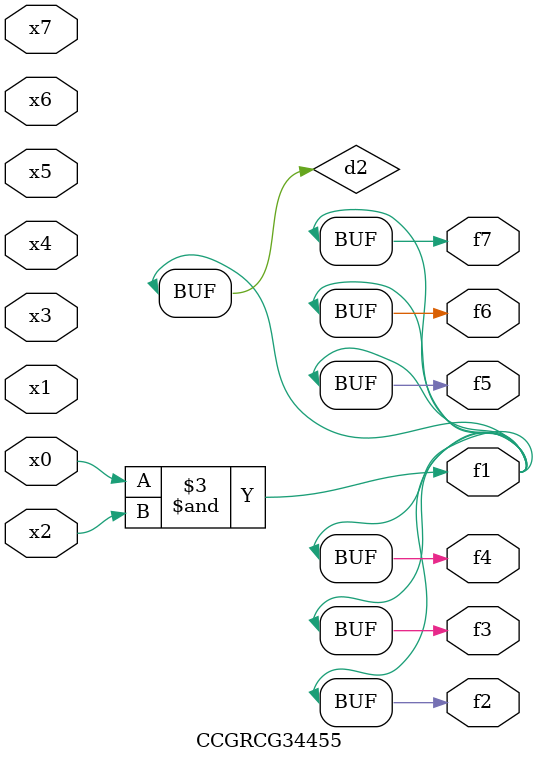
<source format=v>
module CCGRCG34455(
	input x0, x1, x2, x3, x4, x5, x6, x7,
	output f1, f2, f3, f4, f5, f6, f7
);

	wire d1, d2;

	nor (d1, x3, x6);
	and (d2, x0, x2);
	assign f1 = d2;
	assign f2 = d2;
	assign f3 = d2;
	assign f4 = d2;
	assign f5 = d2;
	assign f6 = d2;
	assign f7 = d2;
endmodule

</source>
